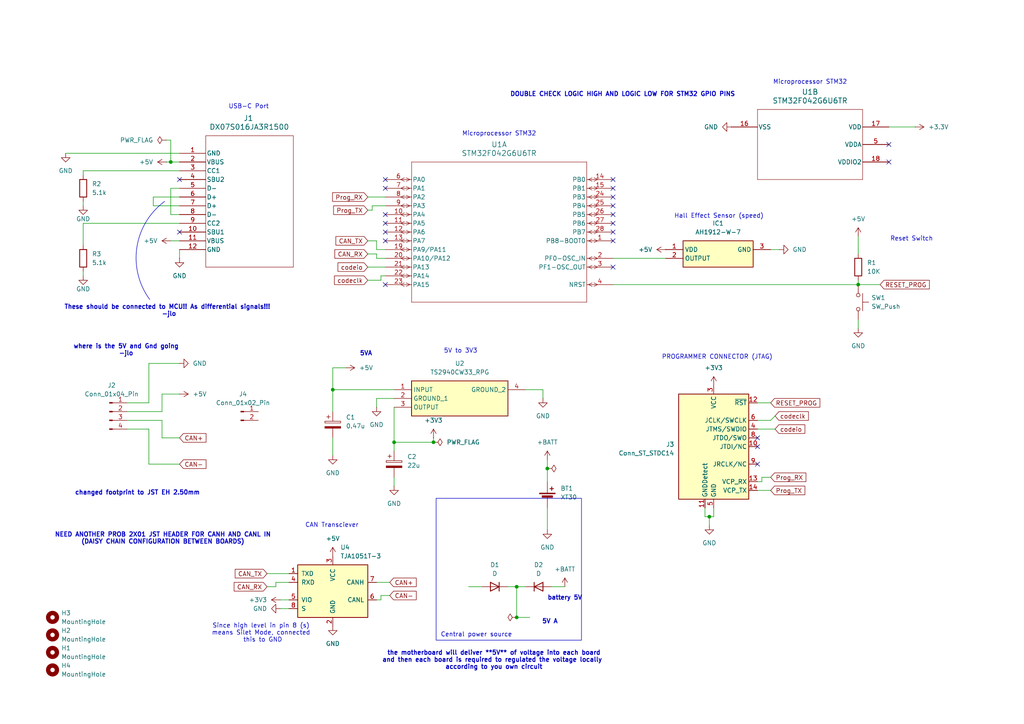
<source format=kicad_sch>
(kicad_sch (version 20231120) (generator "eeschema") (generator_version "8.0")
  (paper "A4")
  (title_block (title "Speed Measurement Board") (company "By Evelyn Koszta and Eun Gu Kang"))
  (lib_symbols
    (symbol "AH1912-W-7:AH1912-W-7"
      (property "Reference" "IC" (at 26.67 7.62 0))
      (property "Value" "AH1912-W-7" (at 26.67 5.08 0))
      (symbol "AH1912-W-7_1_1"
        (pin passive line (at 0 0 0) (length 5.08) (name "VDD") (number "1"))
        (pin passive line (at 0 -2.54 0) (length 5.08) (name "OUTPUT") (number "2"))
        (pin passive line (at 30.48 0 180) (length 5.08) (name "GND") (number "3"))
      )
    )
    (symbol "Connector:Conn_01x02_Pin" (pin_names (offset 1.016) hide)
      (property "Reference" "J" (at 0 2.54 0))
      (property "Value" "Conn_01x02_Pin" (at 0 -5.08 0))
      (symbol "Conn_01x02_Pin_1_1"
        (pin passive line (at 5.08 0 180) (length 3.81) (name "Pin_1") (number "1"))
        (pin passive line (at 5.08 -2.54 180) (length 3.81) (name "Pin_2") (number "2"))
      )
    )
    (symbol "Connector:Conn_01x04_Pin" (pin_names (offset 1.016) hide)
      (property "Reference" "J" (at 0 5.08 0))
      (property "Value" "Conn_01x04_Pin" (at 0 -7.62 0))
      (symbol "Conn_01x04_Pin_1_1"
        (pin passive line (at 5.08 2.54 180) (length 3.81) (name "Pin_1") (number "1"))
        (pin passive line (at 5.08 0 180) (length 3.81) (name "Pin_2") (number "2"))
        (pin passive line (at 5.08 -2.54 180) (length 3.81) (name "Pin_3") (number "3"))
        (pin passive line (at 5.08 -5.08 180) (length 3.81) (name "Pin_4") (number "4"))
      )
    )
    (symbol "Connector:Conn_ST_STDC14"
      (property "Reference" "J" (at -8.89 16.51 0))
      (property "Value" "Conn_ST_STDC14" (at 17.78 16.51 0))
      (symbol "Conn_ST_STDC14_1_1"
        (pin no_connect line (at -10.16 5.08 0) (length 2.54) hide (name "NC") (number "1"))
        (pin output line (at 12.7 0 180) (length 2.54) (name "JTDI/NC") (number "10"))
        (pin passive line (at -2.54 -17.78 90) (length 2.54) (name "GNDDetect") (number "11"))
        (pin open_collector line (at 12.7 12.7 180) (length 2.54) (name "~{RST}") (number "12"))
        (pin output line (at 12.7 -10.16 180) (length 2.54) (name "VCP_RX") (number "13"))
        (pin input line (at 12.7 -12.7 180) (length 2.54) (name "VCP_TX") (number "14"))
        (pin no_connect line (at -10.16 2.54 0) (length 2.54) hide (name "NC") (number "2"))
        (pin power_in line (at 0 17.78 270) (length 2.54) (name "VCC") (number "3"))
        (pin bidirectional line (at 12.7 5.08 180) (length 2.54) (name "JTMS/SWDIO") (number "4"))
        (pin power_in line (at 0 -17.78 90) (length 2.54) (name "GND") (number "5"))
        (pin output line (at 12.7 7.62 180) (length 2.54) (name "JCLK/SWCLK") (number "6"))
        (pin passive line (at 0 -17.78 90) (length 2.54) hide (name "GND") (number "7"))
        (pin input line (at 12.7 2.54 180) (length 2.54) (name "JTDO/SWO") (number "8"))
        (pin input line (at 12.7 -5.08 180) (length 2.54) (name "JRCLK/NC") (number "9"))
      )
    )
    (symbol "DX07S016JA3R1500_USBC:DX07S016JA3R1500" (pin_names (offset 0.254))
      (property "Reference" "J" (at 20.32 10.16 0))
      (property "Value" "DX07S016JA3R1500" (at 20.32 7.62 0))
      (symbol "DX07S016JA3R1500_1_1"
        (pin power_out line (at 0 0 0) (length 7.62) (name "GND") (number "1"))
        (pin bidirectional line (at 0 -22.86 0) (length 7.62) (name "SBU1") (number "10"))
        (pin power_in line (at 0 -25.4 0) (length 7.62) (name "VBUS") (number "11"))
        (pin power_out line (at 0 -27.94 0) (length 7.62) (name "GND") (number "12"))
        (pin power_in line (at 0 -2.54 0) (length 7.62) (name "VBUS") (number "2"))
        (pin bidirectional line (at 0 -5.08 0) (length 7.62) (name "CC1") (number "3"))
        (pin bidirectional line (at 0 -7.62 0) (length 7.62) (name "SBU2") (number "4"))
        (pin bidirectional line (at 0 -10.16 0) (length 7.62) (name "D-") (number "5"))
        (pin bidirectional line (at 0 -12.7 0) (length 7.62) (name "D+") (number "6"))
        (pin bidirectional line (at 0 -15.24 0) (length 7.62) (name "D+") (number "7"))
        (pin bidirectional line (at 0 -17.78 0) (length 7.62) (name "D-") (number "8"))
        (pin bidirectional line (at 0 -20.32 0) (length 7.62) (name "CC2") (number "9"))
      )
      (symbol "DX07S016JA3R1500_1_2"
        (pin power_out line (at 0 0 0) (length 5.08) (name "1") (number "1"))
        (pin bidirectional line (at 0 -22.86 0) (length 5.08) (name "10") (number "10"))
        (pin power_in line (at 0 -25.4 0) (length 5.08) (name "11") (number "11"))
        (pin power_out line (at 0 -27.94 0) (length 5.08) (name "12") (number "12"))
        (pin power_in line (at 0 -2.54 0) (length 5.08) (name "2") (number "2"))
        (pin bidirectional line (at 0 -5.08 0) (length 5.08) (name "3") (number "3"))
        (pin bidirectional line (at 0 -7.62 0) (length 5.08) (name "4") (number "4"))
        (pin bidirectional line (at 0 -10.16 0) (length 5.08) (name "5") (number "5"))
        (pin bidirectional line (at 0 -12.7 0) (length 5.08) (name "6") (number "6"))
        (pin bidirectional line (at 0 -15.24 0) (length 5.08) (name "7") (number "7"))
        (pin bidirectional line (at 0 -17.78 0) (length 5.08) (name "8") (number "8"))
        (pin bidirectional line (at 0 -20.32 0) (length 5.08) (name "9") (number "9"))
      )
    )
    (symbol "Device:Battery_Cell" (pin_numbers hide) (pin_names (offset 0) hide)
      (property "Reference" "BT" (at 2.54 2.54 0))
      (property "Value" "Battery_Cell" (at 2.54 0 0))
      (symbol "Battery_Cell_1_1"
        (pin passive line (at 0 5.08 270) (length 2.54) (name "+") (number "1"))
        (pin passive line (at 0 -2.54 90) (length 2.54) (name "-") (number "2"))
      )
    )
    (symbol "Device:C_Polarized" (pin_numbers hide) (pin_names (offset 0.254))
      (property "Reference" "C" (at 0.635 2.54 0))
      (property "Value" "C_Polarized" (at 0.635 -2.54 0))
      (symbol "C_Polarized_1_1"
        (pin passive line (at 0 3.81 270) (length 2.794) (name "~") (number "1"))
        (pin passive line (at 0 -3.81 90) (length 2.794) (name "~") (number "2"))
      )
    )
    (symbol "Device:D" (pin_numbers hide) (pin_names (offset 1.016) hide)
      (property "Reference" "D" (at 0 2.54 0))
      (property "Value" "D" (at 0 -2.54 0))
      (symbol "D_1_1"
        (pin passive line (at -3.81 0 0) (length 2.54) (name "K") (number "1"))
        (pin passive line (at 3.81 0 180) (length 2.54) (name "A") (number "2"))
      )
    )
    (symbol "Device:R" (pin_numbers hide) (pin_names (offset 0))
      (property "Reference" "R" (at 2.032 0 90))
      (property "Value" "R" (at 0 0 90))
      (symbol "R_1_1"
        (pin passive line (at 0 3.81 270) (length 1.27) (name "~") (number "1"))
        (pin passive line (at 0 -3.81 90) (length 1.27) (name "~") (number "2"))
      )
    )
    (symbol "Interface_CAN_LIN:TJA1051T-3" (pin_names (offset 1.016))
      (property "Reference" "U" (at -10.16 8.89 0))
      (property "Value" "TJA1051T-3" (at 1.27 8.89 0))
      (symbol "TJA1051T-3_1_1"
        (pin input line (at -12.7 5.08 0) (length 2.54) (name "TXD") (number "1"))
        (pin power_in line (at 0 -10.16 90) (length 2.54) (name "GND") (number "2"))
        (pin power_in line (at 0 10.16 270) (length 2.54) (name "VCC") (number "3"))
        (pin output line (at -12.7 2.54 0) (length 2.54) (name "RXD") (number "4"))
        (pin power_in line (at -12.7 -2.54 0) (length 2.54) (name "VIO") (number "5"))
        (pin bidirectional line (at 12.7 -2.54 180) (length 2.54) (name "CANL") (number "6"))
        (pin bidirectional line (at 12.7 2.54 180) (length 2.54) (name "CANH") (number "7"))
        (pin input line (at -12.7 -5.08 0) (length 2.54) (name "S") (number "8"))
      )
    )
    (symbol "Mechanical:MountingHole" (pin_names (offset 1.016))
      (property "Reference" "H" (at 0 5.08 0))
      (property "Value" "MountingHole" (at 0 3.175 0))
    )
    (symbol "STM32_:STM32F042G6U6TR" (pin_names (offset 0.254))
      (property "Reference" "U" (at 33.02 10.16 0))
      (property "Value" "STM32F042G6U6TR" (at 33.02 7.62 0))
      (symbol "STM32F042G6U6TR_1_1"
        (pin bidirectional line (at 66.04 -17.78 180) (length 7.62) (name "PB8-BOOT0") (number "1"))
        (pin bidirectional line (at 0 -10.16 0) (length 7.62) (name "PA4") (number "10"))
        (pin bidirectional line (at 0 -12.7 0) (length 7.62) (name "PA5") (number "11"))
        (pin bidirectional line (at 0 -15.24 0) (length 7.62) (name "PA6") (number "12"))
        (pin bidirectional line (at 0 -17.78 0) (length 7.62) (name "PA7") (number "13"))
        (pin bidirectional line (at 66.04 0 180) (length 7.62) (name "PB0") (number "14"))
        (pin bidirectional line (at 66.04 -2.54 180) (length 7.62) (name "PB1") (number "15"))
        (pin bidirectional line (at 0 -20.32 0) (length 7.62) (name "PA9/PA11") (number "19"))
        (pin bidirectional line (at 66.04 -22.86 180) (length 7.62) (name "PF0-OSC_IN") (number "2"))
        (pin bidirectional line (at 0 -22.86 0) (length 7.62) (name "PA10/PA12") (number "20"))
        (pin bidirectional line (at 0 -25.4 0) (length 7.62) (name "PA13") (number "21"))
        (pin bidirectional line (at 0 -27.94 0) (length 7.62) (name "PA14") (number "22"))
        (pin bidirectional line (at 0 -30.48 0) (length 7.62) (name "PA15") (number "23"))
        (pin bidirectional line (at 66.04 -5.08 180) (length 7.62) (name "PB3") (number "24"))
        (pin bidirectional line (at 66.04 -7.62 180) (length 7.62) (name "PB4") (number "25"))
        (pin bidirectional line (at 66.04 -10.16 180) (length 7.62) (name "PB5") (number "26"))
        (pin bidirectional line (at 66.04 -12.7 180) (length 7.62) (name "PB6") (number "27"))
        (pin bidirectional line (at 66.04 -15.24 180) (length 7.62) (name "PB7") (number "28"))
        (pin bidirectional line (at 66.04 -25.4 180) (length 7.62) (name "PF1-OSC_OUT") (number "3"))
        (pin bidirectional line (at 66.04 -30.48 180) (length 7.62) (name "NRST") (number "4"))
        (pin bidirectional line (at 0 0 0) (length 7.62) (name "PA0") (number "6"))
        (pin bidirectional line (at 0 -2.54 0) (length 7.62) (name "PA1") (number "7"))
        (pin bidirectional line (at 0 -5.08 0) (length 7.62) (name "PA2") (number "8"))
        (pin bidirectional line (at 0 -7.62 0) (length 7.62) (name "PA3") (number "9"))
      )
      (symbol "STM32F042G6U6TR_2_1"
        (pin power_in line (at 0 0 0) (length 7.62) (name "VSS") (number "16"))
        (pin power_in line (at 45.72 0 180) (length 7.62) (name "VDD") (number "17"))
        (pin power_in line (at 45.72 -10.16 180) (length 7.62) (name "VDDIO2") (number "18"))
        (pin power_in line (at 45.72 -5.08 180) (length 7.62) (name "VDDA") (number "5"))
      )
    )
    (symbol "Switch:SW_Push" (pin_numbers hide) (pin_names (offset 1.016) hide)
      (property "Reference" "SW" (at 1.27 2.54 0))
      (property "Value" "SW_Push" (at 0 -1.524 0))
      (symbol "SW_Push_0_1"
        (pin passive line (at -5.08 0 0) (length 2.54) (name "1") (number "1"))
        (pin passive line (at 5.08 0 180) (length 2.54) (name "2") (number "2"))
      )
    )
    (symbol "TS2940CW33_RPG:TS2940CW33_RPG"
      (property "Reference" "U" (at 34.29 7.62 0))
      (property "Value" "TS2940CW33_RPG" (at 34.29 5.08 0))
      (symbol "TS2940CW33_RPG_1_1"
        (pin passive line (at 0 0 0) (length 5.08) (name "INPUT") (number "1"))
        (pin passive line (at 0 -2.54 0) (length 5.08) (name "GROUND_1") (number "2"))
        (pin passive line (at 0 -5.08 0) (length 5.08) (name "OUTPUT") (number "3"))
        (pin passive line (at 38.1 0 180) (length 5.08) (name "GROUND_2") (number "4"))
      )
    )
    (symbol "power:+3.3V" (power) (pin_numbers hide) (pin_names (offset 0) hide)
      (property "Value" "+3.3V" (at 0 3.556 0))
      (symbol "+3.3V_1_1"
        (pin power_in line (at 0 0 90) (length 0) (name "~") (number "1"))
      )
    )
    (symbol "power:+3V3" (power) (pin_numbers hide) (pin_names (offset 0) hide)
      (property "Value" "+3V3" (at 0 3.556 0))
      (symbol "+3V3_1_1"
        (pin power_in line (at 0 0 90) (length 0) (name "~") (number "1"))
      )
    )
    (symbol "power:+5V" (power) (pin_numbers hide) (pin_names (offset 0) hide)
      (property "Value" "+5V" (at 0 3.556 0))
      (symbol "+5V_1_1"
        (pin power_in line (at 0 0 90) (length 0) (name "~") (number "1"))
      )
    )
    (symbol "power:+BATT" (power) (pin_numbers hide) (pin_names (offset 0) hide)
      (property "Value" "+BATT" (at 0 3.556 0))
      (symbol "+BATT_1_1"
        (pin power_in line (at 0 0 90) (length 0) (name "~") (number "1"))
      )
    )
    (symbol "power:GND" (power) (pin_numbers hide) (pin_names (offset 0) hide)
      (property "Value" "GND" (at 0 -3.81 0))
      (symbol "GND_1_1"
        (pin power_in line (at 0 0 270) (length 0) (name "~") (number "1"))
      )
    )
    (symbol "power:PWR_FLAG" (power) (pin_numbers hide) (pin_names (offset 0) hide)
      (property "Value" "PWR_FLAG" (at 0 3.81 0))
      (symbol "PWR_FLAG_0_0"
        (pin power_out line (at 0 0 90) (length 0) (name "~") (number "1"))
      )
    )
  )
  (junction (at 49.53 46.99))
  (junction (at 96.52 113.03))
  (junction (at 125.73 128.27))
  (junction (at 114.3 128.27))
  (junction (at 149.86 170.18))
  (junction (at 158.75 135.89))
  (junction (at 149.86 179.07))
  (junction (at 205.74 149.86))
  (junction (at 248.92 82.55))
  (no_connect (at 257.81 41.91))
  (no_connect (at 111.76 82.55))
  (no_connect (at 219.71 127))
  (no_connect (at 177.8 52.07))
  (no_connect (at 111.76 62.23))
  (no_connect (at 177.8 62.23))
  (no_connect (at 111.76 69.85))
  (no_connect (at 177.8 67.31))
  (no_connect (at 177.8 57.15))
  (no_connect (at 177.8 59.69))
  (no_connect (at 177.8 77.47))
  (no_connect (at 177.8 64.77))
  (no_connect (at 219.71 134.62))
  (no_connect (at 52.07 52.07))
  (no_connect (at 177.8 69.85))
  (no_connect (at 111.76 67.31))
  (no_connect (at 257.81 46.99))
  (no_connect (at 111.76 52.07))
  (no_connect (at 219.71 129.54))
  (no_connect (at 111.76 64.77))
  (no_connect (at 52.07 67.31))
  (no_connect (at 111.76 54.61))
  (no_connect (at 177.8 54.61))
  (wire (pts (xy 114.3 128.27) (xy 114.3 130.81)))
  (wire (pts (xy 219.71 121.92) (xy 223.52 121.92)))
  (wire (pts (xy 107.95 59.69) (xy 111.76 59.69)))
  (wire (pts (xy 52.07 49.53) (xy 24.13 49.53)))
  (wire (pts (xy 49.53 62.23) (xy 52.07 62.23)))
  (wire (pts (xy 49.53 54.61) (xy 49.53 62.23)))
  (wire (pts (xy 110.49 172.72) (xy 113.03 172.72)))
  (wire (pts (xy 110.49 80.01) (xy 110.49 81.28)))
  (wire (pts (xy 114.3 138.43) (xy 114.3 140.97)))
  (wire (pts (xy 109.22 69.85) (xy 109.22 72.39)))
  (wire (pts (xy 207.01 147.32) (xy 207.01 149.86)))
  (wire (pts (xy 107.95 59.69) (xy 107.95 60.96)))
  (wire (pts (xy 109.22 72.39) (xy 111.76 72.39)))
  (wire (pts (xy 43.18 105.41) (xy 43.18 116.84)))
  (wire (pts (xy 158.75 147.32) (xy 158.75 153.67)))
  (wire (pts (xy 205.74 149.86) (xy 207.01 149.86)))
  (wire (pts (xy 43.18 134.62) (xy 43.18 124.46)))
  (wire (pts (xy 106.68 69.85) (xy 109.22 69.85)))
  (wire (pts (xy 109.22 173.99) (xy 110.49 173.99)))
  (wire (pts (xy 49.53 40.64) (xy 49.53 46.99)))
  (wire (pts (xy 204.47 147.32) (xy 204.47 149.86)))
  (wire (pts (xy 46.99 119.38) (xy 36.83 119.38)))
  (wire (pts (xy 219.71 139.7) (xy 220.98 139.7)))
  (wire (pts (xy 44.45 59.69) (xy 52.07 59.69)))
  (wire (pts (xy 149.86 170.18) (xy 152.4 170.18)))
  (wire (pts (xy 80.01 168.91) (xy 83.82 168.91)))
  (wire (pts (xy 248.92 68.58) (xy 248.92 73.66)))
  (wire (pts (xy 49.53 69.85) (xy 52.07 69.85)))
  (wire (pts (xy 52.07 64.77) (xy 24.13 64.77)))
  (wire (pts (xy 109.22 73.66) (xy 109.22 74.93)))
  (wire (pts (xy 24.13 49.53) (xy 24.13 50.8)))
  (wire (pts (xy 43.18 124.46) (xy 36.83 124.46)))
  (wire (pts (xy 149.86 170.18) (xy 149.86 179.07)))
  (wire (pts (xy 114.3 128.27) (xy 125.73 128.27)))
  (wire (pts (xy 109.22 74.93) (xy 111.76 74.93)))
  (wire (pts (xy 177.8 82.55) (xy 248.92 82.55)))
  (wire (pts (xy 44.45 57.15) (xy 44.45 59.69)))
  (wire (pts (xy 52.07 72.39) (xy 52.07 74.93)))
  (wire (pts (xy 114.3 115.57) (xy 109.22 115.57)))
  (wire (pts (xy 81.28 173.99) (xy 83.82 173.99)))
  (wire (pts (xy 106.68 60.96) (xy 107.95 60.96)))
  (wire (pts (xy 223.52 72.39) (xy 226.06 72.39)))
  (wire (pts (xy 96.52 106.68) (xy 96.52 113.03)))
  (wire (pts (xy 43.18 105.41) (xy 52.07 105.41)))
  (wire (pts (xy 109.22 168.91) (xy 113.03 168.91)))
  (wire (pts (xy 19.05 44.45) (xy 52.07 44.45)))
  (wire (pts (xy 220.98 138.43) (xy 220.98 139.7)))
  (wire (pts (xy 96.52 113.03) (xy 114.3 113.03)))
  (wire (pts (xy 125.73 127) (xy 125.73 128.27)))
  (wire (pts (xy 106.68 57.15) (xy 111.76 57.15)))
  (wire (pts (xy 109.22 115.57) (xy 109.22 118.11)))
  (wire (pts (xy 114.3 118.11) (xy 114.3 128.27)))
  (wire (pts (xy 205.74 149.86) (xy 205.74 152.4)))
  (wire (pts (xy 46.99 114.3) (xy 52.07 114.3)))
  (wire (pts (xy 24.13 78.74) (xy 24.13 80.01)))
  (wire (pts (xy 177.8 74.93) (xy 193.04 74.93)))
  (wire (pts (xy 81.28 176.53) (xy 83.82 176.53)))
  (wire (pts (xy 77.47 166.37) (xy 83.82 166.37)))
  (wire (pts (xy 219.71 142.24) (xy 223.52 142.24)))
  (wire (pts (xy 24.13 64.77) (xy 24.13 71.12)))
  (wire (pts (xy 248.92 82.55) (xy 255.27 82.55)))
  (wire (pts (xy 160.02 170.18) (xy 163.83 170.18)))
  (wire (pts (xy 52.07 54.61) (xy 49.53 54.61)))
  (wire (pts (xy 106.68 81.28) (xy 110.49 81.28)))
  (wire (pts (xy 43.18 116.84) (xy 36.83 116.84)))
  (wire (pts (xy 110.49 172.72) (xy 110.49 173.99)))
  (wire (pts (xy 46.99 127) (xy 52.07 127)))
  (wire (pts (xy 147.32 170.18) (xy 149.86 170.18)))
  (wire (pts (xy 257.81 36.83) (xy 265.43 36.83)))
  (wire (pts (xy 48.26 40.64) (xy 49.53 40.64)))
  (wire (pts (xy 46.99 114.3) (xy 46.99 119.38)))
  (wire (pts (xy 135.89 170.18) (xy 139.7 170.18)))
  (wire (pts (xy 100.33 106.68) (xy 96.52 106.68)))
  (wire (pts (xy 204.47 149.86) (xy 205.74 149.86)))
  (wire (pts (xy 158.75 135.89) (xy 158.75 139.7)))
  (wire (pts (xy 149.86 179.07) (xy 153.67 179.07)))
  (wire (pts (xy 80.01 168.91) (xy 80.01 170.18)))
  (wire (pts (xy 158.75 133.35) (xy 158.75 135.89)))
  (wire (pts (xy 223.52 121.92) (xy 224.79 120.65)))
  (wire (pts (xy 219.71 124.46) (xy 224.79 124.46)))
  (wire (pts (xy 248.92 92.71) (xy 248.92 95.25)))
  (wire (pts (xy 77.47 170.18) (xy 80.01 170.18)))
  (wire (pts (xy 220.98 138.43) (xy 223.52 138.43)))
  (wire (pts (xy 49.53 46.99) (xy 52.07 46.99)))
  (wire (pts (xy 24.13 58.42) (xy 24.13 59.69)))
  (wire (pts (xy 46.99 121.92) (xy 36.83 121.92)))
  (wire (pts (xy 48.26 46.99) (xy 49.53 46.99)))
  (wire (pts (xy 110.49 80.01) (xy 111.76 80.01)))
  (wire (pts (xy 152.4 113.03) (xy 157.48 113.03)))
  (wire (pts (xy 106.68 73.66) (xy 109.22 73.66)))
  (wire (pts (xy 219.71 116.84) (xy 223.52 116.84)))
  (wire (pts (xy 157.48 113.03) (xy 157.48 115.57)))
  (wire (pts (xy 46.99 127) (xy 46.99 121.92)))
  (wire (pts (xy 248.92 81.28) (xy 248.92 82.55)))
  (wire (pts (xy 96.52 119.38) (xy 96.52 113.03)))
  (wire (pts (xy 106.68 77.47) (xy 111.76 77.47)))
  (wire (pts (xy 43.18 134.62) (xy 52.07 134.62)))
  (wire (pts (xy 96.52 127) (xy 96.52 132.08)))
  (wire (pts (xy 52.07 57.15) (xy 44.45 57.15)))
  (rectangle (start 126.492 144.526) (end 168.656 185.674))
  (arc (start 43.434 86.868) (mid 39.7012 71.7497) (end 47.752 58.42))
  (text "Microprocessor STM32" (at 144.78 38.862 0) (effects (font (size 1.27 1.27))))
  (text "Microprocessor STM32" (at 234.95 23.876 0) (effects (font (size 1.27 1.27))))
  (text "PROGRAMMER CONNECTOR (JTAG)" (at 208.026 103.632 0) (effects (font (size 1.27 1.27))))
  (text "NEED ANOTHER PROB 2X01 JST HEADER FOR CANH AND CANL IN\n(DAISY CHAIN CONFIGURATION BETWEEN BOARDS)" (at 47.244 156.21 0) (effects (font (size 1.27 1.27) (thickness 0.254) (bold yes))))
  (text "5VA\n" (at 106.172 102.616 0) (effects (font (size 1.27 1.27) (thickness 0.254) (bold yes))))
  (text "Reset Switch" (at 264.414 69.342 0) (effects (font (size 1.27 1.27))))
  (text "5V to 3V3\n" (at 133.604 101.854 0) (effects (font (size 1.27 1.27))))
  (text "Central power source" (at 138.176 184.15 0) (effects (font (size 1.27 1.27) (thickness 0.1588))))
  (text "battery 5V\n" (at 163.83 173.482 0) (effects (font (size 1.27 1.27) (thickness 0.254) (bold yes))))
  (text "where is the 5V and Gnd going\n-jlo\n" (at 36.576 101.6 0) (effects (font (size 1.27 1.27) (thickness 0.254) (bold yes))))
  (text "CAN Transciever" (at 96.266 152.4 0) (effects (font (size 1.27 1.27))))
  (text "the motherboard will deliver **5V** of voltage into each board\nand then each board is required to regulated the voltage locally \naccording to you own circuit\n" (at 143.256 191.516 0) (effects (font (size 1.27 1.27) (thickness 0.254) (bold yes))))
  (text "changed footprint to JST EH 2.50mm\n" (at 39.878 143.002 0) (effects (font (size 1.27 1.27) (thickness 0.254) (bold yes))))
  (text "Since high level in pin 8 (s) \nmeans Silet Mode, connected \nthis to GND" (at 76.2 183.642 0) (effects (font (size 1.27 1.27))))
  (text "DOUBLE CHECK LOGIC HIGH AND LOGIC LOW FOR STM32 GPIO PINS" (at 180.594 27.432 0) (effects (font (size 1.27 1.27) (thickness 0.254) (bold yes))))
  (text "USB-C Port\n\n" (at 72.136 32.004 0) (effects (font (size 1.27 1.27))))
  (text "5V A\n" (at 159.512 180.34 0) (effects (font (size 1.27 1.27) (thickness 0.254) (bold yes))))
  (text "Hall Effect Sensor (speed)" (at 208.534 62.738 0) (effects (font (size 1.27 1.27))))
  (text "These should be connected to MCU!! As differential signals!!! \n-jlo\n" (at 49.022 90.17 0) (effects (font (size 1.27 1.27) (thickness 0.254) (bold yes))))
  (global_label "RESET_PROG" (shape input) (at 255.27 82.55 0) (property "Intersheetrefs" "${INTERSHEET_REFS}" (effects (hide yes))))
  (global_label "Prog_RX" (shape input) (at 106.68 57.15 180) (property "Intersheetrefs" "${INTERSHEET_REFS}" (effects (hide yes))))
  (global_label "CAN+" (shape input) (at 113.03 168.91 0) (property "Intersheetrefs" "${INTERSHEET_REFS}" (effects (hide yes))))
  (global_label "RESET_PROG" (shape input) (at 223.52 116.84 0) (property "Intersheetrefs" "${INTERSHEET_REFS}" (effects (hide yes))))
  (global_label "CAN-" (shape input) (at 52.07 134.62 0) (property "Intersheetrefs" "${INTERSHEET_REFS}" (effects (hide yes))))
  (global_label "CAN+" (shape input) (at 52.07 127 0) (property "Intersheetrefs" "${INTERSHEET_REFS}" (effects (hide yes))))
  (global_label "Prog_TX" (shape input) (at 106.68 60.96 180) (property "Intersheetrefs" "${INTERSHEET_REFS}" (effects (hide yes))))
  (global_label "CAN_RX" (shape input) (at 106.68 73.66 180) (property "Intersheetrefs" "${INTERSHEET_REFS}" (effects (hide yes))))
  (global_label "codeclk" (shape input) (at 224.79 120.65 0) (property "Intersheetrefs" "${INTERSHEET_REFS}" (effects (hide yes))))
  (global_label "Prog_TX" (shape input) (at 223.52 142.24 0) (property "Intersheetrefs" "${INTERSHEET_REFS}" (effects (hide yes))))
  (global_label "CAN-" (shape input) (at 113.03 172.72 0) (property "Intersheetrefs" "${INTERSHEET_REFS}" (effects (hide yes))))
  (global_label "Prog_RX" (shape input) (at 223.52 138.43 0) (property "Intersheetrefs" "${INTERSHEET_REFS}" (effects (hide yes))))
  (global_label "codeio" (shape input) (at 224.79 124.46 0) (property "Intersheetrefs" "${INTERSHEET_REFS}" (effects (hide yes))))
  (global_label "codeio" (shape input) (at 106.68 77.47 180) (property "Intersheetrefs" "${INTERSHEET_REFS}" (effects (hide yes))))
  (global_label "CAN_TX" (shape input) (at 106.68 69.85 180) (property "Intersheetrefs" "${INTERSHEET_REFS}" (effects (hide yes))))
  (global_label "CAN_RX" (shape input) (at 77.47 170.18 180) (property "Intersheetrefs" "${INTERSHEET_REFS}" (effects (hide yes))))
  (global_label "codeclk" (shape input) (at 106.68 81.28 180) (property "Intersheetrefs" "${INTERSHEET_REFS}" (effects (hide yes))))
  (global_label "CAN_TX" (shape input) (at 77.47 166.37 180) (property "Intersheetrefs" "${INTERSHEET_REFS}" (effects (hide yes))))
  (symbol (lib_id "Mechanical:MountingHole") (at 15.24 184.15 0) (unit 1) (in_bom no)
    (property "Reference" "H2" (at 17.78 182.88 0) (effects (justify left)))
    (property "Value" "MountingHole" (at 17.78 185.42 0) (effects (justify left)))
    (property "Footprint" "MountingHole:MountingHole_3.2mm_M3_ISO14580" (effects (hide yes)))
  )
  (symbol (lib_id "power:GND") (at 158.75 153.67 0) (unit 1)
    (property "Reference" "#PWR028" (effects (hide yes)))
    (property "Value" "GND" (at 158.75 158.75 0))
    (property "Description" "Power symbol creates a global label with name \"GND\" , ground" (effects (hide yes)))
  )
  (symbol (lib_id "Device:D") (at 156.21 170.18 0) (unit 1)
    (property "Reference" "D2" (at 156.21 163.83 0))
    (property "Value" "D" (at 156.21 166.37 0))
    (property "Footprint" "Diode_SMD:D_SOD-123" (effects (hide yes)))
    (property "Description" "Diode" (effects (hide yes)))
    (property "Sim.Device" "D" (effects (hide yes)))
    (property "Sim.Pins" "1=K 2=A" (effects (hide yes)))
  )
  (symbol (lib_id "power:GND") (at 248.92 95.25 0) (unit 1)
    (property "Reference" "#PWR05" (effects (hide yes)))
    (property "Value" "GND" (at 248.92 100.33 0))
    (property "Description" "Power symbol creates a global label with name \"GND\" , ground" (effects (hide yes)))
  )
  (symbol (lib_id "power:+3V3") (at 81.28 173.99 90) (unit 1)
    (property "Reference" "#PWR026" (effects (hide yes)))
    (property "Value" "+3V3" (at 77.47 173.9899 90) (effects (justify left)))
    (property "Description" "Power symbol creates a global label with name \"+3V3\"" (effects (hide yes)))
  )
  (symbol (lib_id "power:GND") (at 96.52 181.61 0) (unit 1)
    (property "Reference" "#PWR023" (effects (hide yes)))
    (property "Value" "GND" (at 96.52 186.69 0))
    (property "Description" "Power symbol creates a global label with name \"GND\" , ground" (effects (hide yes)))
  )
  (symbol (lib_id "power:+3.3V") (at 265.43 36.83 270) (unit 1)
    (property "Reference" "#PWR013" (effects (hide yes)))
    (property "Value" "+3.3V" (at 269.24 36.8299 90) (effects (justify left)))
    (property "Description" "Power symbol creates a global label with name \"+3.3V\"" (effects (hide yes)))
  )
  (symbol (lib_id "Device:Battery_Cell") (at 158.75 144.78 0) (unit 1)
    (property "Reference" "BT1" (at 162.56 141.6684 0) (effects (justify left)))
    (property "Value" "XT30" (at 162.56 144.2084 0) (effects (justify left)))
    (property "Footprint" "Connector_AMASS:AMASS_XT30PW-M_1x02_P2.50mm_Horizontal" (effects (hide yes)))
    (property "Description" "Single-cell battery" (effects (hide yes)))
  )
  (symbol (lib_id "power:GND") (at 81.28 176.53 270) (unit 1)
    (property "Reference" "#PWR025" (effects (hide yes)))
    (property "Value" "GND" (at 77.47 176.5299 90) (effects (justify right)))
    (property "Description" "Power symbol creates a global label with name \"GND\" , ground" (effects (hide yes)))
  )
  (symbol (lib_id "power:+5V") (at 248.92 68.58 0) (unit 1)
    (property "Reference" "#PWR06" (effects (hide yes)))
    (property "Value" "+5V" (at 248.92 63.5 0))
    (property "Description" "Power symbol creates a global label with name \"+5V\"" (effects (hide yes)))
  )
  (symbol (lib_id "power:GND") (at 24.13 80.01 0) (unit 1)
    (property "Reference" "#PWR016" (effects (hide yes)))
    (property "Value" "GND" (at 24.13 83.82 0))
    (property "Description" "Power symbol creates a global label with name \"GND\" , ground" (effects (hide yes)))
  )
  (symbol (lib_id "power:GND") (at 52.07 74.93 0) (unit 1)
    (property "Reference" "#PWR012" (effects (hide yes)))
    (property "Value" "GND" (at 52.07 80.01 0))
    (property "Description" "Power symbol creates a global label with name \"GND\" , ground" (effects (hide yes)))
  )
  (symbol (lib_id "power:GND") (at 19.05 44.45 0) (unit 1)
    (property "Reference" "#PWR011" (effects (hide yes)))
    (property "Value" "GND" (at 19.05 49.53 0))
    (property "Description" "Power symbol creates a global label with name \"GND\" , ground" (effects (hide yes)))
  )
  (symbol (lib_id "power:+3V3") (at 207.01 111.76 0) (unit 1)
    (property "Reference" "#PWR021" (effects (hide yes)))
    (property "Value" "+3V3" (at 207.01 106.68 0))
    (property "Description" "Power symbol creates a global label with name \"+3V3\"" (effects (hide yes)))
  )
  (symbol (lib_id "Device:C_Polarized") (at 114.3 134.62 0) (unit 1)
    (property "Reference" "C2" (at 118.11 132.4609 0) (effects (justify left)))
    (property "Value" "22u" (at 118.11 135.0009 0) (effects (justify left)))
    (property "Footprint" "Capacitor_SMD:C_1206_3216Metric" (effects (hide yes)))
    (property "Description" "Polarized capacitor" (effects (hide yes)))
  )
  (symbol (lib_id "Connector:Conn_01x04_Pin") (at 31.75 119.38 0) (unit 1)
    (property "Reference" "J2" (at 32.385 111.76 0))
    (property "Value" "Conn_01x04_Pin" (at 32.385 114.3 0))
    (property "Footprint" "Connector_JST:JST_EH_S4B-EH_1x04_P2.50mm_Horizontal" (effects (hide yes)))
    (property "Description" "Generic connector, single row, 01x04, script generated" (effects (hide yes)))
  )
  (symbol (lib_id "power:+5V") (at 193.04 72.39 90) (unit 1)
    (property "Reference" "#PWR03" (effects (hide yes)))
    (property "Value" "+5V" (at 189.23 72.3899 90) (effects (justify left)))
    (property "Description" "Power symbol creates a global label with name \"+5V\"" (effects (hide yes)))
  )
  (symbol (lib_id "Device:R") (at 24.13 54.61 0) (unit 1)
    (property "Reference" "R2" (at 26.67 53.3399 0) (effects (justify left)))
    (property "Value" "5.1k" (at 26.67 55.8799 0) (effects (justify left)))
    (property "Footprint" "Resistor_SMD:R_0603_1608Metric" (effects (hide yes)))
    (property "Description" "Resistor" (effects (hide yes)))
  )
  (symbol (lib_id "Mechanical:MountingHole") (at 15.24 189.23 0) (unit 1) (in_bom no)
    (property "Reference" "H1" (at 17.78 187.96 0) (effects (justify left)))
    (property "Value" "MountingHole" (at 17.78 190.5 0) (effects (justify left)))
    (property "Footprint" "MountingHole:MountingHole_3.2mm_M3_ISO14580" (effects (hide yes)))
  )
  (symbol (lib_id "Connector:Conn_ST_STDC14") (at 207.01 129.54 0) (unit 1)
    (property "Reference" "J3" (at 195.58 128.905 0) (effects (justify right)))
    (property "Value" "Conn_ST_STDC14" (at 195.58 131.445 0) (effects (justify right)))
    (property "Footprint" "Connector_PinHeader_1.27mm:PinHeader_2x07_P1.27mm_Vertical_SMD" (effects (hide yes)))
    (property "Datasheet" "https://www.st.com/content/ccc/resource/technical/document/user_manual/group1/99/49/91/b6/b2/3a/46/e5/DM00526767/files/DM00526767.pdf/jcr:content/translations/en.DM00526767.pdf" (effects (hide yes)))
  )
  (symbol (lib_id "power:GND") (at 52.07 105.41 90) (unit 1)
    (property "Reference" "#PWR019" (effects (hide yes)))
    (property "Value" "GND" (at 55.88 105.4099 90) (effects (justify right)))
    (property "Description" "Power symbol creates a global label with name \"GND\" , ground" (effects (hide yes)))
  )
  (symbol (lib_id "Device:R") (at 24.13 74.93 0) (unit 1)
    (property "Reference" "R3" (at 26.67 73.6599 0) (effects (justify left)))
    (property "Value" "5.1k" (at 26.67 76.1999 0) (effects (justify left)))
    (property "Footprint" "Resistor_SMD:R_0603_1608Metric" (effects (hide yes)))
    (property "Description" "Resistor" (effects (hide yes)))
  )
  (symbol (lib_id "AH1912-W-7:AH1912-W-7") (at 193.04 72.39 0) (unit 1)
    (property "Reference" "IC1" (at 208.28 64.77 0))
    (property "Value" "AH1912-W-7" (at 208.28 67.31 0))
    (property "Footprint" "Package_TO_SOT_SMD:SC-59" (effects (hide yes)))
    (property "Datasheet" "https://www.diodes.com//assets/Datasheets/AH1912.pdf" (effects (hide yes)))
    (property "Description" "ULTRA-LOW POWER DIGITAL OMNIPOLAR HALL-EFFECT SWITCH." (effects (hide yes)))
    (property "Height" "1.4" (effects (hide yes)))
    (property "Mouser Part Number" "621-AH1912-W-7" (effects (hide yes)))
    (property "Mouser Price/Stock" "https://www.mouser.co.uk/ProductDetail/Diodes-Incorporated/AH1912-W-7?qs=Zz7%252BYVVL6bFXiouyTQgmPw%3D%3D" (effects (hide yes)))
    (property "Manufacturer_Name" "Diodes Incorporated" (effects (hide yes)))
    (property "Manufacturer_Part_Number" "AH1912-W-7" (effects (hide yes)))
  )
  (symbol (lib_id "Mechanical:MountingHole") (at 15.24 179.07 0) (unit 1) (in_bom no)
    (property "Reference" "H3" (at 17.78 177.8 0) (effects (justify left)))
    (property "Value" "MountingHole" (at 17.78 180.34 0) (effects (justify left)))
    (property "Footprint" "MountingHole:MountingHole_3.2mm_M3_ISO14580" (effects (hide yes)))
  )
  (symbol (lib_id "power:GND") (at 205.74 152.4 0) (unit 1)
    (property "Reference" "#PWR022" (effects (hide yes)))
    (property "Value" "GND" (at 205.74 157.48 0))
    (property "Description" "Power symbol creates a global label with name \"GND\" , ground" (effects (hide yes)))
  )
  (symbol (lib_id "power:PWR_FLAG") (at 158.75 135.89 270) (unit 1)
    (property "Reference" "#FLG04" (effects (hide yes)))
    (property "Value" "PWR_FLAG" (effects (hide yes)))
    (property "Description" "Special symbol for telling ERC where power comes from" (effects (hide yes)))
  )
  (symbol (lib_id "Switch:SW_Push") (at 248.92 87.63 270) (unit 1)
    (property "Reference" "SW1" (at 252.73 86.3599 90) (effects (justify left)))
    (property "Value" "SW_Push" (at 252.73 88.8999 90) (effects (justify left)))
    (property "Footprint" "Button_Switch_SMD:SW_SPST_SKQG_WithStem" (effects (hide yes)))
    (property "Description" "Push button switch, generic, two pins" (effects (hide yes)))
  )
  (symbol (lib_id "Connector:Conn_01x02_Pin") (at 69.85 119.38 0) (unit 1)
    (property "Reference" "J4" (at 70.485 114.3 0))
    (property "Value" "Conn_01x02_Pin" (at 70.485 116.84 0))
    (property "Description" "Generic connector, single row, 01x02, script generated" (effects (hide yes)))
  )
  (symbol (lib_id "power:+5V") (at 48.26 46.99 90) (unit 1)
    (property "Reference" "#PWR015" (effects (hide yes)))
    (property "Value" "+5V" (at 44.45 46.9899 90) (effects (justify left)))
    (property "Description" "Power symbol creates a global label with name \"+5V\"" (effects (hide yes)))
  )
  (symbol (lib_id "power:GND") (at 109.22 118.11 0) (unit 1)
    (property "Reference" "#PWR07" (effects (hide yes)))
    (property "Value" "GND" (at 109.22 123.19 0))
    (property "Description" "Power symbol creates a global label with name \"GND\" , ground" (effects (hide yes)))
  )
  (symbol (lib_id "STM32_:STM32F042G6U6TR") (at 111.76 52.07 0) (unit 1)
    (property "Reference" "U1" (at 144.78 41.91 0) (effects (font (size 1.524 1.524))))
    (property "Value" "STM32F042G6U6TR" (at 144.78 44.45 0) (effects (font (size 1.524 1.524))))
    (property "Footprint" "STM32:UFQFPN28-4x4mm-M" (effects (hide yes)))
    (property "Datasheet" "STM32F042G6U6TR" (effects (hide yes)))
  )
  (symbol (lib_id "power:GND") (at 212.09 36.83 270) (unit 1)
    (property "Reference" "#PWR02" (effects (hide yes)))
    (property "Value" "GND" (at 208.28 36.8299 90) (effects (justify right)))
    (property "Description" "Power symbol creates a global label with name \"GND\" , ground" (effects (hide yes)))
  )
  (symbol (lib_id "power:PWR_FLAG") (at 125.73 128.27 270) (unit 1)
    (property "Reference" "#FLG01" (effects (hide yes)))
    (property "Value" "PWR_FLAG" (at 129.54 128.2699 90) (effects (justify left)))
    (property "Description" "Special symbol for telling ERC where power comes from" (effects (hide yes)))
  )
  (symbol (lib_id "STM32_:STM32F042G6U6TR") (at 212.09 36.83 0) (unit 2)
    (property "Reference" "U1" (at 234.95 26.67 0) (effects (font (size 1.524 1.524))))
    (property "Value" "STM32F042G6U6TR" (at 234.95 29.21 0) (effects (font (size 1.524 1.524))))
    (property "Footprint" "STM32:UFQFPN28-4x4mm-M" (effects (hide yes)))
    (property "Datasheet" "STM32F042G6U6TR" (effects (hide yes)))
  )
  (symbol (lib_id "TS2940CW33_RPG:TS2940CW33_RPG") (at 114.3 113.03 0) (unit 1)
    (property "Reference" "U2" (at 133.35 105.41 0))
    (property "Value" "TS2940CW33_RPG" (at 133.35 107.95 0))
    (property "Footprint" "Package_TO_SOT_SMD:SOT-223-3_TabPin2" (effects (hide yes)))
    (property "Datasheet" "https://ms.componentsearchengine.com/Datasheets/2/TS2940CW33RPG.pdf" (effects (hide yes)))
    (property "Description" "TAIWAN SEMICONDUCTOR - TS2940CW33 RPG - Fixed LDO Voltage Regulator, 4.5V to 26V, 0.6V drop, 3.3V/1A out, SOT-223-3" (effects (hide yes)))
    (property "Height" "1.8" (effects (hide yes)))
    (property "Mouser Part Number" "821-TS2940CW33RPG" (effects (hide yes)))
    (property "Mouser Price/Stock" "https://www.mouser.co.uk/ProductDetail/Taiwan-Semiconductor/TS2940CW33-RPG?qs=QEzMiVqgwc3Es4UF9VLe5A%3D%3D" (effects (hide yes)))
    (property "Manufacturer_Name" "Taiwan Semiconductor" (effects (hide yes)))
    (property "Manufacturer_Part_Number" "TS2940CW33 RPG" (effects (hide yes)))
  )
  (symbol (lib_id "power:+3V3") (at 125.73 127 0) (unit 1)
    (property "Reference" "#PWR04" (effects (hide yes)))
    (property "Value" "+3V3" (at 125.73 121.92 0))
    (property "Description" "Power symbol creates a global label with name \"+3V3\"" (effects (hide yes)))
  )
  (symbol (lib_id "Device:R") (at 248.92 77.47 0) (unit 1)
    (property "Reference" "R1" (at 251.46 76.1999 0) (effects (justify left)))
    (property "Value" "10K" (at 251.46 78.7399 0) (effects (justify left)))
    (property "Footprint" "Resistor_SMD:R_0603_1608Metric" (effects (hide yes)))
    (property "Description" "Resistor" (effects (hide yes)))
  )
  (symbol (lib_id "power:+5V") (at 49.53 69.85 90) (unit 1)
    (property "Reference" "#PWR018" (effects (hide yes)))
    (property "Value" "+5V" (at 45.72 69.8499 90) (effects (justify left)))
    (property "Description" "Power symbol creates a global label with name \"+5V\"" (effects (hide yes)))
  )
  (symbol (lib_id "Device:C_Polarized") (at 96.52 123.19 0) (unit 1)
    (property "Reference" "C1" (at 100.33 121.0309 0) (effects (justify left)))
    (property "Value" "0.47u" (at 100.33 123.5709 0) (effects (justify left)))
    (property "Footprint" "Capacitor_SMD:C_1206_3216Metric" (effects (hide yes)))
    (property "Description" "Polarized capacitor" (effects (hide yes)))
  )
  (symbol (lib_id "power:+BATT") (at 163.83 170.18 0) (unit 1)
    (property "Reference" "#PWR029" (effects (hide yes)))
    (property "Value" "+BATT" (at 163.83 165.1 0))
    (property "Description" "Power symbol creates a global label with name \"+BATT\"" (effects (hide yes)))
  )
  (symbol (lib_id "DX07S016JA3R1500_USBC:DX07S016JA3R1500") (at 52.07 44.45 0) (unit 1)
    (property "Reference" "J1" (at 70.612 34.29 0) (effects (font (size 1.524 1.524)) (justify left)))
    (property "Value" "DX07S016JA3R1500" (at 60.706 36.83 0) (effects (font (size 1.524 1.524)) (justify left)))
    (property "Footprint" "CONN12_DX07S_JAE" (effects (hide yes)))
    (property "Datasheet" "DX07S016JA3R1500" (effects (hide yes)))
  )
  (symbol (lib_id "power:GND") (at 226.06 72.39 90) (unit 1)
    (property "Reference" "#PWR01" (effects (hide yes)))
    (property "Value" "GND" (at 229.87 72.3899 90) (effects (justify right)))
    (property "Description" "Power symbol creates a global label with name \"GND\" , ground" (effects (hide yes)))
  )
  (symbol (lib_id "power:+5V") (at 100.33 106.68 270) (unit 1)
    (property "Reference" "#PWR014" (effects (hide yes)))
    (property "Value" "+5V" (at 104.14 106.6799 90) (effects (justify left)))
    (property "Description" "Power symbol creates a global label with name \"+5V\"" (effects (hide yes)))
  )
  (symbol (lib_id "power:+5V") (at 96.52 161.29 0) (unit 1)
    (property "Reference" "#PWR024" (effects (hide yes)))
    (property "Value" "+5V" (at 96.52 156.21 0))
    (property "Description" "Power symbol creates a global label with name \"+5V\"" (effects (hide yes)))
  )
  (symbol (lib_id "power:GND") (at 24.13 59.69 0) (unit 1)
    (property "Reference" "#PWR017" (effects (hide yes)))
    (property "Value" "GND" (at 24.13 63.5 0))
    (property "Description" "Power symbol creates a global label with name \"GND\" , ground" (effects (hide yes)))
  )
  (symbol (lib_id "power:+5V") (at 52.07 114.3 270) (unit 1)
    (property "Reference" "#PWR020" (effects (hide yes)))
    (property "Value" "+5V" (at 55.88 114.2999 90) (effects (justify left)))
    (property "Description" "Power symbol creates a global label with name \"+5V\"" (effects (hide yes)))
  )
  (symbol (lib_id "power:GND") (at 157.48 115.57 0) (unit 1)
    (property "Reference" "#PWR08" (effects (hide yes)))
    (property "Value" "GND" (at 157.48 120.65 0))
    (property "Description" "Power symbol creates a global label with name \"GND\" , ground" (effects (hide yes)))
  )
  (symbol (lib_id "Mechanical:MountingHole") (at 15.24 194.31 0) (unit 1) (in_bom no)
    (property "Reference" "H4" (at 17.78 193.04 0) (effects (justify left)))
    (property "Value" "MountingHole" (at 17.78 195.58 0) (effects (justify left)))
    (property "Footprint" "MountingHole:MountingHole_3.2mm_M3_ISO14580" (effects (hide yes)))
  )
  (symbol (lib_id "power:GND") (at 96.52 132.08 0) (unit 1)
    (property "Reference" "#PWR010" (effects (hide yes)))
    (property "Value" "GND" (at 96.52 137.16 0))
    (property "Description" "Power symbol creates a global label with name \"GND\" , ground" (effects (hide yes)))
  )
  (symbol (lib_id "power:PWR_FLAG") (at 48.26 40.64 90) (unit 1)
    (property "Reference" "#FLG02" (effects (hide yes)))
    (property "Value" "PWR_FLAG" (at 44.45 40.6399 90) (effects (justify left)))
    (property "Description" "Special symbol for telling ERC where power comes from" (effects (hide yes)))
  )
  (symbol (lib_id "power:GND") (at 114.3 140.97 0) (unit 1)
    (property "Reference" "#PWR09" (effects (hide yes)))
    (property "Value" "GND" (at 114.3 146.05 0))
    (property "Description" "Power symbol creates a global label with name \"GND\" , ground" (effects (hide yes)))
  )
  (symbol (lib_id "power:+BATT") (at 158.75 133.35 0) (unit 1)
    (property "Reference" "#PWR027" (effects (hide yes)))
    (property "Value" "+BATT" (at 158.75 128.27 0))
    (property "Description" "Power symbol creates a global label with name \"+BATT\"" (effects (hide yes)))
  )
  (symbol (lib_id "Device:D") (at 143.51 170.18 0) (mirror y) (unit 1)
    (property "Reference" "D1" (at 143.51 163.83 0))
    (property "Value" "D" (at 143.51 166.37 0))
    (property "Footprint" "Diode_SMD:D_SOD-123" (effects (hide yes)))
    (property "Description" "Diode" (effects (hide yes)))
    (property "Sim.Device" "D" (effects (hide yes)))
    (property "Sim.Pins" "1=K 2=A" (effects (hide yes)))
  )
  (symbol (lib_id "Interface_CAN_LIN:TJA1051T-3") (at 96.52 171.45 0) (unit 1)
    (property "Reference" "U4" (at 98.7141 158.75 0) (effects (justify left)))
    (property "Value" "TJA1051T-3" (at 98.7141 161.29 0) (effects (justify left)))
    (property "Footprint" "Package_SO:SOIC-8_3.9x4.9mm_P1.27mm" (effects (hide yes)))
    (property "Datasheet" "http://www.nxp.com/docs/en/data-sheet/TJA1051.pdf" (effects (hide yes)))
    (property "Description" "High-Speed CAN Transceiver, separate VIO, silent mode, SOIC-8" (effects (hide yes)))
  )
  (symbol (lib_id "power:PWR_FLAG") (at 149.86 179.07 90) (unit 1)
    (property "Reference" "#FLG03" (effects (hide yes)))
    (property "Value" "PWR_FLAG" (effects (hide yes)))
    (property "Description" "Special symbol for telling ERC where power comes from" (effects (hide yes)))
  )
)
</source>
